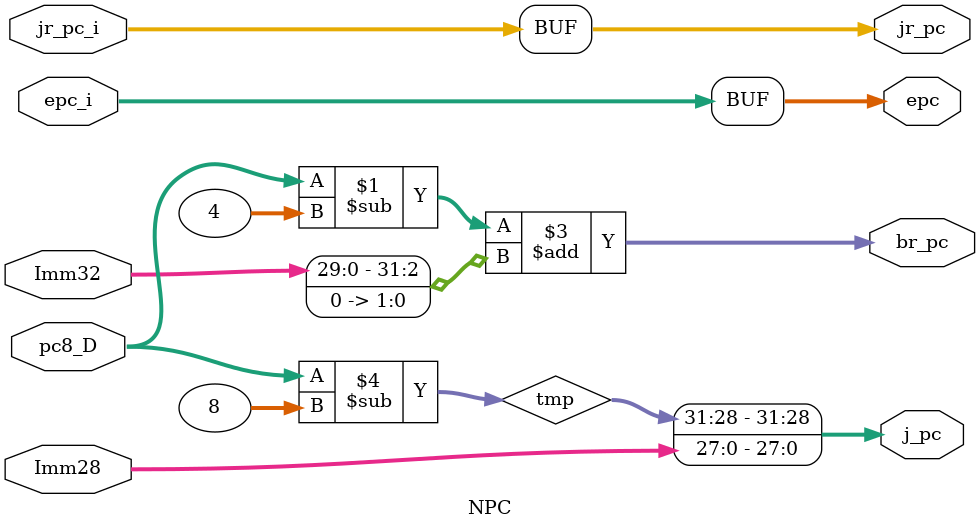
<source format=v>
`timescale 1ns / 1ps

module NPC(
	Imm32, Imm28, pc8_D, jr_pc_i, epc_i, 
	br_pc, j_pc, jr_pc, epc);
	
	input [31:0] pc8_D;
	input [31:0] Imm32;
	input [27:0] Imm28;
	input [31:0] jr_pc_i;
	input [31:0] epc_i;
	
	output [31:0] jr_pc;
	output [31:0] br_pc;
	output [31:0] j_pc;
	output [31:0] epc;
	
	wire [31:0] tmp;
	
	assign jr_pc = jr_pc_i;
	assign br_pc = pc8_D - 4 + (Imm32 << 2);
	
	assign tmp = pc8_D - 8;
	assign j_pc = {tmp[31:28], Imm28[27:0]};
	
	assign epc = epc_i;


endmodule

</source>
